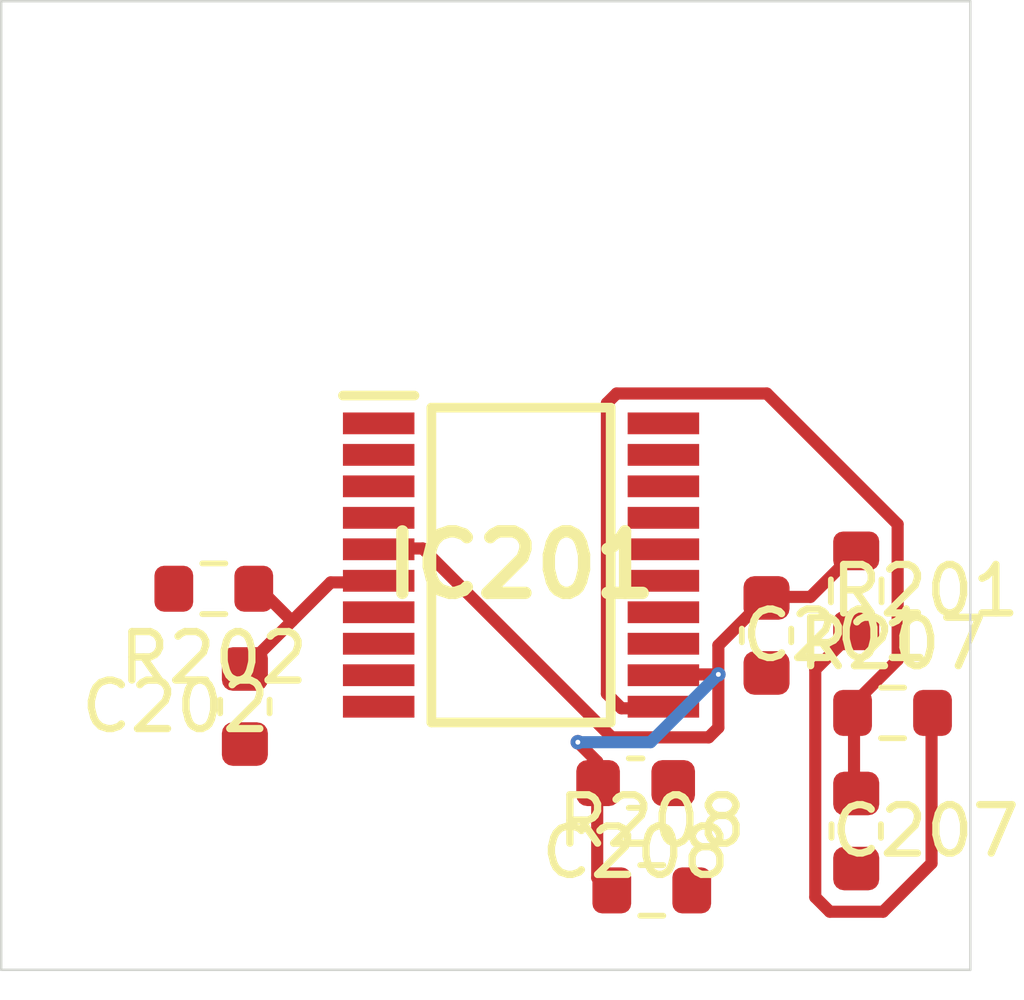
<source format=kicad_pcb>
 ( kicad_pcb  ( version 20171130 )
 ( host pcbnew 5.1.12-84ad8e8a86~92~ubuntu18.04.1 )
 ( general  ( thickness 1.6 )
 ( drawings 4 )
 ( tracks 0 )
 ( zones 0 )
 ( modules 9 )
 ( nets 19 )
)
 ( page A4 )
 ( layers  ( 0 F.Cu signal )
 ( 31 B.Cu signal )
 ( 32 B.Adhes user )
 ( 33 F.Adhes user )
 ( 34 B.Paste user )
 ( 35 F.Paste user )
 ( 36 B.SilkS user )
 ( 37 F.SilkS user )
 ( 38 B.Mask user )
 ( 39 F.Mask user )
 ( 40 Dwgs.User user )
 ( 41 Cmts.User user )
 ( 42 Eco1.User user )
 ( 43 Eco2.User user )
 ( 44 Edge.Cuts user )
 ( 45 Margin user )
 ( 46 B.CrtYd user )
 ( 47 F.CrtYd user )
 ( 48 B.Fab user )
 ( 49 F.Fab user )
)
 ( setup  ( last_trace_width 0.25 )
 ( trace_clearance 0.2 )
 ( zone_clearance 0.508 )
 ( zone_45_only no )
 ( trace_min 0.2 )
 ( via_size 0.8 )
 ( via_drill 0.4 )
 ( via_min_size 0.4 )
 ( via_min_drill 0.3 )
 ( uvia_size 0.3 )
 ( uvia_drill 0.1 )
 ( uvias_allowed no )
 ( uvia_min_size 0.2 )
 ( uvia_min_drill 0.1 )
 ( edge_width 0.05 )
 ( segment_width 0.2 )
 ( pcb_text_width 0.3 )
 ( pcb_text_size 1.5 1.5 )
 ( mod_edge_width 0.12 )
 ( mod_text_size 1 1 )
 ( mod_text_width 0.15 )
 ( pad_size 1.524 1.524 )
 ( pad_drill 0.762 )
 ( pad_to_mask_clearance 0 )
 ( aux_axis_origin 0 0 )
 ( visible_elements FFFFFF7F )
 ( pcbplotparams  ( layerselection 0x010fc_ffffffff )
 ( usegerberextensions false )
 ( usegerberattributes true )
 ( usegerberadvancedattributes true )
 ( creategerberjobfile true )
 ( excludeedgelayer true )
 ( linewidth 0.100000 )
 ( plotframeref false )
 ( viasonmask false )
 ( mode 1 )
 ( useauxorigin false )
 ( hpglpennumber 1 )
 ( hpglpenspeed 20 )
 ( hpglpendiameter 15.000000 )
 ( psnegative false )
 ( psa4output false )
 ( plotreference true )
 ( plotvalue true )
 ( plotinvisibletext false )
 ( padsonsilk false )
 ( subtractmaskfromsilk false )
 ( outputformat 1 )
 ( mirror false )
 ( drillshape 1 )
 ( scaleselection 1 )
 ( outputdirectory "" )
)
)
 ( net 0 "" )
 ( net 1 GND )
 ( net 2 /Sheet6235D886/ch0 )
 ( net 3 /Sheet6235D886/ch1 )
 ( net 4 /Sheet6235D886/ch2 )
 ( net 5 /Sheet6235D886/ch3 )
 ( net 6 /Sheet6235D886/ch4 )
 ( net 7 /Sheet6235D886/ch5 )
 ( net 8 /Sheet6235D886/ch6 )
 ( net 9 /Sheet6235D886/ch7 )
 ( net 10 VDD )
 ( net 11 VDDA )
 ( net 12 /Sheet6235D886/adc_csn )
 ( net 13 /Sheet6235D886/adc_sck )
 ( net 14 /Sheet6235D886/adc_sdi )
 ( net 15 /Sheet6235D886/adc_sdo )
 ( net 16 /Sheet6235D886/vp )
 ( net 17 /Sheet6248AD22/chn0 )
 ( net 18 /Sheet6248AD22/chn3 )
 ( net_class Default "This is the default net class."  ( clearance 0.2 )
 ( trace_width 0.25 )
 ( via_dia 0.8 )
 ( via_drill 0.4 )
 ( uvia_dia 0.3 )
 ( uvia_drill 0.1 )
 ( add_net /Sheet6235D886/adc_csn )
 ( add_net /Sheet6235D886/adc_sck )
 ( add_net /Sheet6235D886/adc_sdi )
 ( add_net /Sheet6235D886/adc_sdo )
 ( add_net /Sheet6235D886/ch0 )
 ( add_net /Sheet6235D886/ch1 )
 ( add_net /Sheet6235D886/ch2 )
 ( add_net /Sheet6235D886/ch3 )
 ( add_net /Sheet6235D886/ch4 )
 ( add_net /Sheet6235D886/ch5 )
 ( add_net /Sheet6235D886/ch6 )
 ( add_net /Sheet6235D886/ch7 )
 ( add_net /Sheet6235D886/vp )
 ( add_net /Sheet6248AD22/chn0 )
 ( add_net /Sheet6248AD22/chn3 )
 ( add_net GND )
 ( add_net VDD )
 ( add_net VDDA )
)
 ( module Capacitor_SMD:C_0603_1608Metric  ( layer F.Cu )
 ( tedit 5F68FEEE )
 ( tstamp 6234222D )
 ( at 95.794273 113.095546 270.000000 )
 ( descr "Capacitor SMD 0603 (1608 Metric), square (rectangular) end terminal, IPC_7351 nominal, (Body size source: IPC-SM-782 page 76, https://www.pcb-3d.com/wordpress/wp-content/uploads/ipc-sm-782a_amendment_1_and_2.pdf), generated with kicad-footprint-generator" )
 ( tags capacitor )
 ( path /6235D887/623691C5 )
 ( attr smd )
 ( fp_text reference C201  ( at 0 -1.43 )
 ( layer F.SilkS )
 ( effects  ( font  ( size 1 1 )
 ( thickness 0.15 )
)
)
)
 ( fp_text value 0.1uF  ( at 0 1.43 )
 ( layer F.Fab )
 ( effects  ( font  ( size 1 1 )
 ( thickness 0.15 )
)
)
)
 ( fp_line  ( start -0.8 0.4 )
 ( end -0.8 -0.4 )
 ( layer F.Fab )
 ( width 0.1 )
)
 ( fp_line  ( start -0.8 -0.4 )
 ( end 0.8 -0.4 )
 ( layer F.Fab )
 ( width 0.1 )
)
 ( fp_line  ( start 0.8 -0.4 )
 ( end 0.8 0.4 )
 ( layer F.Fab )
 ( width 0.1 )
)
 ( fp_line  ( start 0.8 0.4 )
 ( end -0.8 0.4 )
 ( layer F.Fab )
 ( width 0.1 )
)
 ( fp_line  ( start -0.14058 -0.51 )
 ( end 0.14058 -0.51 )
 ( layer F.SilkS )
 ( width 0.12 )
)
 ( fp_line  ( start -0.14058 0.51 )
 ( end 0.14058 0.51 )
 ( layer F.SilkS )
 ( width 0.12 )
)
 ( fp_line  ( start -1.48 0.73 )
 ( end -1.48 -0.73 )
 ( layer F.CrtYd )
 ( width 0.05 )
)
 ( fp_line  ( start -1.48 -0.73 )
 ( end 1.48 -0.73 )
 ( layer F.CrtYd )
 ( width 0.05 )
)
 ( fp_line  ( start 1.48 -0.73 )
 ( end 1.48 0.73 )
 ( layer F.CrtYd )
 ( width 0.05 )
)
 ( fp_line  ( start 1.48 0.73 )
 ( end -1.48 0.73 )
 ( layer F.CrtYd )
 ( width 0.05 )
)
 ( fp_text user %R  ( at 0 0 )
 ( layer F.Fab )
 ( effects  ( font  ( size 0.4 0.4 )
 ( thickness 0.06 )
)
)
)
 ( pad 2 smd roundrect  ( at 0.775 0 270.000000 )
 ( size 0.9 0.95 )
 ( layers F.Cu F.Mask F.Paste )
 ( roundrect_rratio 0.25 )
 ( net 1 GND )
)
 ( pad 1 smd roundrect  ( at -0.775 0 270.000000 )
 ( size 0.9 0.95 )
 ( layers F.Cu F.Mask F.Paste )
 ( roundrect_rratio 0.25 )
 ( net 2 /Sheet6235D886/ch0 )
)
 ( model ${KISYS3DMOD}/Capacitor_SMD.3dshapes/C_0603_1608Metric.wrl  ( at  ( xyz 0 0 0 )
)
 ( scale  ( xyz 1 1 1 )
)
 ( rotate  ( xyz 0 0 0 )
)
)
)
 ( module Capacitor_SMD:C_0603_1608Metric  ( layer F.Cu )
 ( tedit 5F68FEEE )
 ( tstamp 6234223E )
 ( at 85.028848 114.563452 90.000000 )
 ( descr "Capacitor SMD 0603 (1608 Metric), square (rectangular) end terminal, IPC_7351 nominal, (Body size source: IPC-SM-782 page 76, https://www.pcb-3d.com/wordpress/wp-content/uploads/ipc-sm-782a_amendment_1_and_2.pdf), generated with kicad-footprint-generator" )
 ( tags capacitor )
 ( path /6235D887/62369EE0 )
 ( attr smd )
 ( fp_text reference C202  ( at 0 -1.43 )
 ( layer F.SilkS )
 ( effects  ( font  ( size 1 1 )
 ( thickness 0.15 )
)
)
)
 ( fp_text value 0.1uF  ( at 0 1.43 )
 ( layer F.Fab )
 ( effects  ( font  ( size 1 1 )
 ( thickness 0.15 )
)
)
)
 ( fp_line  ( start 1.48 0.73 )
 ( end -1.48 0.73 )
 ( layer F.CrtYd )
 ( width 0.05 )
)
 ( fp_line  ( start 1.48 -0.73 )
 ( end 1.48 0.73 )
 ( layer F.CrtYd )
 ( width 0.05 )
)
 ( fp_line  ( start -1.48 -0.73 )
 ( end 1.48 -0.73 )
 ( layer F.CrtYd )
 ( width 0.05 )
)
 ( fp_line  ( start -1.48 0.73 )
 ( end -1.48 -0.73 )
 ( layer F.CrtYd )
 ( width 0.05 )
)
 ( fp_line  ( start -0.14058 0.51 )
 ( end 0.14058 0.51 )
 ( layer F.SilkS )
 ( width 0.12 )
)
 ( fp_line  ( start -0.14058 -0.51 )
 ( end 0.14058 -0.51 )
 ( layer F.SilkS )
 ( width 0.12 )
)
 ( fp_line  ( start 0.8 0.4 )
 ( end -0.8 0.4 )
 ( layer F.Fab )
 ( width 0.1 )
)
 ( fp_line  ( start 0.8 -0.4 )
 ( end 0.8 0.4 )
 ( layer F.Fab )
 ( width 0.1 )
)
 ( fp_line  ( start -0.8 -0.4 )
 ( end 0.8 -0.4 )
 ( layer F.Fab )
 ( width 0.1 )
)
 ( fp_line  ( start -0.8 0.4 )
 ( end -0.8 -0.4 )
 ( layer F.Fab )
 ( width 0.1 )
)
 ( fp_text user %R  ( at 0 0 )
 ( layer F.Fab )
 ( effects  ( font  ( size 0.4 0.4 )
 ( thickness 0.06 )
)
)
)
 ( pad 1 smd roundrect  ( at -0.775 0 90.000000 )
 ( size 0.9 0.95 )
 ( layers F.Cu F.Mask F.Paste )
 ( roundrect_rratio 0.25 )
 ( net 1 GND )
)
 ( pad 2 smd roundrect  ( at 0.775 0 90.000000 )
 ( size 0.9 0.95 )
 ( layers F.Cu F.Mask F.Paste )
 ( roundrect_rratio 0.25 )
 ( net 3 /Sheet6235D886/ch1 )
)
 ( model ${KISYS3DMOD}/Capacitor_SMD.3dshapes/C_0603_1608Metric.wrl  ( at  ( xyz 0 0 0 )
)
 ( scale  ( xyz 1 1 1 )
)
 ( rotate  ( xyz 0 0 0 )
)
)
)
 ( module Capacitor_SMD:C_0603_1608Metric  ( layer F.Cu )
 ( tedit 5F68FEEE )
 ( tstamp 62342293 )
 ( at 97.645000 117.133815 270.000000 )
 ( descr "Capacitor SMD 0603 (1608 Metric), square (rectangular) end terminal, IPC_7351 nominal, (Body size source: IPC-SM-782 page 76, https://www.pcb-3d.com/wordpress/wp-content/uploads/ipc-sm-782a_amendment_1_and_2.pdf), generated with kicad-footprint-generator" )
 ( tags capacitor )
 ( path /6235D887/6238B3FE )
 ( attr smd )
 ( fp_text reference C207  ( at 0 -1.43 )
 ( layer F.SilkS )
 ( effects  ( font  ( size 1 1 )
 ( thickness 0.15 )
)
)
)
 ( fp_text value 0.1uF  ( at 0 1.43 )
 ( layer F.Fab )
 ( effects  ( font  ( size 1 1 )
 ( thickness 0.15 )
)
)
)
 ( fp_line  ( start -0.8 0.4 )
 ( end -0.8 -0.4 )
 ( layer F.Fab )
 ( width 0.1 )
)
 ( fp_line  ( start -0.8 -0.4 )
 ( end 0.8 -0.4 )
 ( layer F.Fab )
 ( width 0.1 )
)
 ( fp_line  ( start 0.8 -0.4 )
 ( end 0.8 0.4 )
 ( layer F.Fab )
 ( width 0.1 )
)
 ( fp_line  ( start 0.8 0.4 )
 ( end -0.8 0.4 )
 ( layer F.Fab )
 ( width 0.1 )
)
 ( fp_line  ( start -0.14058 -0.51 )
 ( end 0.14058 -0.51 )
 ( layer F.SilkS )
 ( width 0.12 )
)
 ( fp_line  ( start -0.14058 0.51 )
 ( end 0.14058 0.51 )
 ( layer F.SilkS )
 ( width 0.12 )
)
 ( fp_line  ( start -1.48 0.73 )
 ( end -1.48 -0.73 )
 ( layer F.CrtYd )
 ( width 0.05 )
)
 ( fp_line  ( start -1.48 -0.73 )
 ( end 1.48 -0.73 )
 ( layer F.CrtYd )
 ( width 0.05 )
)
 ( fp_line  ( start 1.48 -0.73 )
 ( end 1.48 0.73 )
 ( layer F.CrtYd )
 ( width 0.05 )
)
 ( fp_line  ( start 1.48 0.73 )
 ( end -1.48 0.73 )
 ( layer F.CrtYd )
 ( width 0.05 )
)
 ( fp_text user %R  ( at 0 0 )
 ( layer F.Fab )
 ( effects  ( font  ( size 0.4 0.4 )
 ( thickness 0.06 )
)
)
)
 ( pad 2 smd roundrect  ( at 0.775 0 270.000000 )
 ( size 0.9 0.95 )
 ( layers F.Cu F.Mask F.Paste )
 ( roundrect_rratio 0.25 )
 ( net 1 GND )
)
 ( pad 1 smd roundrect  ( at -0.775 0 270.000000 )
 ( size 0.9 0.95 )
 ( layers F.Cu F.Mask F.Paste )
 ( roundrect_rratio 0.25 )
 ( net 8 /Sheet6235D886/ch6 )
)
 ( model ${KISYS3DMOD}/Capacitor_SMD.3dshapes/C_0603_1608Metric.wrl  ( at  ( xyz 0 0 0 )
)
 ( scale  ( xyz 1 1 1 )
)
 ( rotate  ( xyz 0 0 0 )
)
)
)
 ( module Capacitor_SMD:C_0603_1608Metric  ( layer F.Cu )
 ( tedit 5F68FEEE )
 ( tstamp 623422A4 )
 ( at 93.093188 116.144098 180.000000 )
 ( descr "Capacitor SMD 0603 (1608 Metric), square (rectangular) end terminal, IPC_7351 nominal, (Body size source: IPC-SM-782 page 76, https://www.pcb-3d.com/wordpress/wp-content/uploads/ipc-sm-782a_amendment_1_and_2.pdf), generated with kicad-footprint-generator" )
 ( tags capacitor )
 ( path /6235D887/6238B404 )
 ( attr smd )
 ( fp_text reference C208  ( at 0 -1.43 )
 ( layer F.SilkS )
 ( effects  ( font  ( size 1 1 )
 ( thickness 0.15 )
)
)
)
 ( fp_text value 0.1uF  ( at 0 1.43 )
 ( layer F.Fab )
 ( effects  ( font  ( size 1 1 )
 ( thickness 0.15 )
)
)
)
 ( fp_line  ( start 1.48 0.73 )
 ( end -1.48 0.73 )
 ( layer F.CrtYd )
 ( width 0.05 )
)
 ( fp_line  ( start 1.48 -0.73 )
 ( end 1.48 0.73 )
 ( layer F.CrtYd )
 ( width 0.05 )
)
 ( fp_line  ( start -1.48 -0.73 )
 ( end 1.48 -0.73 )
 ( layer F.CrtYd )
 ( width 0.05 )
)
 ( fp_line  ( start -1.48 0.73 )
 ( end -1.48 -0.73 )
 ( layer F.CrtYd )
 ( width 0.05 )
)
 ( fp_line  ( start -0.14058 0.51 )
 ( end 0.14058 0.51 )
 ( layer F.SilkS )
 ( width 0.12 )
)
 ( fp_line  ( start -0.14058 -0.51 )
 ( end 0.14058 -0.51 )
 ( layer F.SilkS )
 ( width 0.12 )
)
 ( fp_line  ( start 0.8 0.4 )
 ( end -0.8 0.4 )
 ( layer F.Fab )
 ( width 0.1 )
)
 ( fp_line  ( start 0.8 -0.4 )
 ( end 0.8 0.4 )
 ( layer F.Fab )
 ( width 0.1 )
)
 ( fp_line  ( start -0.8 -0.4 )
 ( end 0.8 -0.4 )
 ( layer F.Fab )
 ( width 0.1 )
)
 ( fp_line  ( start -0.8 0.4 )
 ( end -0.8 -0.4 )
 ( layer F.Fab )
 ( width 0.1 )
)
 ( fp_text user %R  ( at 0 0 )
 ( layer F.Fab )
 ( effects  ( font  ( size 0.4 0.4 )
 ( thickness 0.06 )
)
)
)
 ( pad 1 smd roundrect  ( at -0.775 0 180.000000 )
 ( size 0.9 0.95 )
 ( layers F.Cu F.Mask F.Paste )
 ( roundrect_rratio 0.25 )
 ( net 1 GND )
)
 ( pad 2 smd roundrect  ( at 0.775 0 180.000000 )
 ( size 0.9 0.95 )
 ( layers F.Cu F.Mask F.Paste )
 ( roundrect_rratio 0.25 )
 ( net 9 /Sheet6235D886/ch7 )
)
 ( model ${KISYS3DMOD}/Capacitor_SMD.3dshapes/C_0603_1608Metric.wrl  ( at  ( xyz 0 0 0 )
)
 ( scale  ( xyz 1 1 1 )
)
 ( rotate  ( xyz 0 0 0 )
)
)
)
 ( module MCP3564R-E_ST:SOP65P640X120-20N locked  ( layer F.Cu )
 ( tedit 623351C2 )
 ( tstamp 623423D6 )
 ( at 90.728000 111.642000 )
 ( descr "20-Lead Plastic Thin Shrink Small Outline (ST) - 4.4mm body [TSSOP]" )
 ( tags "Integrated Circuit" )
 ( path /6235D887/6235E071 )
 ( attr smd )
 ( fp_text reference IC201  ( at 0 0 )
 ( layer F.SilkS )
 ( effects  ( font  ( size 1.27 1.27 )
 ( thickness 0.254 )
)
)
)
 ( fp_text value MCP3564R-E_ST  ( at 0 0 )
 ( layer F.SilkS )
hide  ( effects  ( font  ( size 1.27 1.27 )
 ( thickness 0.254 )
)
)
)
 ( fp_line  ( start -3.925 -3.55 )
 ( end 3.925 -3.55 )
 ( layer Dwgs.User )
 ( width 0.05 )
)
 ( fp_line  ( start 3.925 -3.55 )
 ( end 3.925 3.55 )
 ( layer Dwgs.User )
 ( width 0.05 )
)
 ( fp_line  ( start 3.925 3.55 )
 ( end -3.925 3.55 )
 ( layer Dwgs.User )
 ( width 0.05 )
)
 ( fp_line  ( start -3.925 3.55 )
 ( end -3.925 -3.55 )
 ( layer Dwgs.User )
 ( width 0.05 )
)
 ( fp_line  ( start -2.2 -3.25 )
 ( end 2.2 -3.25 )
 ( layer Dwgs.User )
 ( width 0.1 )
)
 ( fp_line  ( start 2.2 -3.25 )
 ( end 2.2 3.25 )
 ( layer Dwgs.User )
 ( width 0.1 )
)
 ( fp_line  ( start 2.2 3.25 )
 ( end -2.2 3.25 )
 ( layer Dwgs.User )
 ( width 0.1 )
)
 ( fp_line  ( start -2.2 3.25 )
 ( end -2.2 -3.25 )
 ( layer Dwgs.User )
 ( width 0.1 )
)
 ( fp_line  ( start -2.2 -2.6 )
 ( end -1.55 -3.25 )
 ( layer Dwgs.User )
 ( width 0.1 )
)
 ( fp_line  ( start -1.85 -3.25 )
 ( end 1.85 -3.25 )
 ( layer F.SilkS )
 ( width 0.2 )
)
 ( fp_line  ( start 1.85 -3.25 )
 ( end 1.85 3.25 )
 ( layer F.SilkS )
 ( width 0.2 )
)
 ( fp_line  ( start 1.85 3.25 )
 ( end -1.85 3.25 )
 ( layer F.SilkS )
 ( width 0.2 )
)
 ( fp_line  ( start -1.85 3.25 )
 ( end -1.85 -3.25 )
 ( layer F.SilkS )
 ( width 0.2 )
)
 ( fp_line  ( start -3.675 -3.5 )
 ( end -2.2 -3.5 )
 ( layer F.SilkS )
 ( width 0.2 )
)
 ( pad 1 smd rect  ( at -2.938 -2.925 90.000000 )
 ( size 0.45 1.475 )
 ( layers F.Cu F.Mask F.Paste )
 ( net 11 VDDA )
)
 ( pad 2 smd rect  ( at -2.938 -2.275 90.000000 )
 ( size 0.45 1.475 )
 ( layers F.Cu F.Mask F.Paste )
 ( net 1 GND )
)
 ( pad 3 smd rect  ( at -2.938 -1.625 90.000000 )
 ( size 0.45 1.475 )
 ( layers F.Cu F.Mask F.Paste )
 ( net 1 GND )
)
 ( pad 4 smd rect  ( at -2.938 -0.975 90.000000 )
 ( size 0.45 1.475 )
 ( layers F.Cu F.Mask F.Paste )
)
 ( pad 5 smd rect  ( at -2.938 -0.325 90.000000 )
 ( size 0.45 1.475 )
 ( layers F.Cu F.Mask F.Paste )
 ( net 2 /Sheet6235D886/ch0 )
)
 ( pad 6 smd rect  ( at -2.938 0.325 90.000000 )
 ( size 0.45 1.475 )
 ( layers F.Cu F.Mask F.Paste )
 ( net 3 /Sheet6235D886/ch1 )
)
 ( pad 7 smd rect  ( at -2.938 0.975 90.000000 )
 ( size 0.45 1.475 )
 ( layers F.Cu F.Mask F.Paste )
 ( net 4 /Sheet6235D886/ch2 )
)
 ( pad 8 smd rect  ( at -2.938 1.625 90.000000 )
 ( size 0.45 1.475 )
 ( layers F.Cu F.Mask F.Paste )
 ( net 5 /Sheet6235D886/ch3 )
)
 ( pad 9 smd rect  ( at -2.938 2.275 90.000000 )
 ( size 0.45 1.475 )
 ( layers F.Cu F.Mask F.Paste )
 ( net 6 /Sheet6235D886/ch4 )
)
 ( pad 10 smd rect  ( at -2.938 2.925 90.000000 )
 ( size 0.45 1.475 )
 ( layers F.Cu F.Mask F.Paste )
 ( net 7 /Sheet6235D886/ch5 )
)
 ( pad 11 smd rect  ( at 2.938 2.925 90.000000 )
 ( size 0.45 1.475 )
 ( layers F.Cu F.Mask F.Paste )
 ( net 8 /Sheet6235D886/ch6 )
)
 ( pad 12 smd rect  ( at 2.938 2.275 90.000000 )
 ( size 0.45 1.475 )
 ( layers F.Cu F.Mask F.Paste )
 ( net 9 /Sheet6235D886/ch7 )
)
 ( pad 13 smd rect  ( at 2.938 1.625 90.000000 )
 ( size 0.45 1.475 )
 ( layers F.Cu F.Mask F.Paste )
 ( net 12 /Sheet6235D886/adc_csn )
)
 ( pad 14 smd rect  ( at 2.938 0.975 90.000000 )
 ( size 0.45 1.475 )
 ( layers F.Cu F.Mask F.Paste )
 ( net 13 /Sheet6235D886/adc_sck )
)
 ( pad 15 smd rect  ( at 2.938 0.325 90.000000 )
 ( size 0.45 1.475 )
 ( layers F.Cu F.Mask F.Paste )
 ( net 14 /Sheet6235D886/adc_sdi )
)
 ( pad 16 smd rect  ( at 2.938 -0.325 90.000000 )
 ( size 0.45 1.475 )
 ( layers F.Cu F.Mask F.Paste )
 ( net 15 /Sheet6235D886/adc_sdo )
)
 ( pad 17 smd rect  ( at 2.938 -0.975 90.000000 )
 ( size 0.45 1.475 )
 ( layers F.Cu F.Mask F.Paste )
)
 ( pad 18 smd rect  ( at 2.938 -1.625 90.000000 )
 ( size 0.45 1.475 )
 ( layers F.Cu F.Mask F.Paste )
)
 ( pad 19 smd rect  ( at 2.938 -2.275 90.000000 )
 ( size 0.45 1.475 )
 ( layers F.Cu F.Mask F.Paste )
 ( net 1 GND )
)
 ( pad 20 smd rect  ( at 2.938 -2.925 90.000000 )
 ( size 0.45 1.475 )
 ( layers F.Cu F.Mask F.Paste )
 ( net 10 VDD )
)
)
 ( module Resistor_SMD:R_0603_1608Metric  ( layer F.Cu )
 ( tedit 5F68FEEE )
 ( tstamp 6234250D )
 ( at 97.645000 112.175076 270.000000 )
 ( descr "Resistor SMD 0603 (1608 Metric), square (rectangular) end terminal, IPC_7351 nominal, (Body size source: IPC-SM-782 page 72, https://www.pcb-3d.com/wordpress/wp-content/uploads/ipc-sm-782a_amendment_1_and_2.pdf), generated with kicad-footprint-generator" )
 ( tags resistor )
 ( path /6235D887/623641B7 )
 ( attr smd )
 ( fp_text reference R201  ( at 0 -1.43 )
 ( layer F.SilkS )
 ( effects  ( font  ( size 1 1 )
 ( thickness 0.15 )
)
)
)
 ( fp_text value 1k  ( at 0 1.43 )
 ( layer F.Fab )
 ( effects  ( font  ( size 1 1 )
 ( thickness 0.15 )
)
)
)
 ( fp_line  ( start -0.8 0.4125 )
 ( end -0.8 -0.4125 )
 ( layer F.Fab )
 ( width 0.1 )
)
 ( fp_line  ( start -0.8 -0.4125 )
 ( end 0.8 -0.4125 )
 ( layer F.Fab )
 ( width 0.1 )
)
 ( fp_line  ( start 0.8 -0.4125 )
 ( end 0.8 0.4125 )
 ( layer F.Fab )
 ( width 0.1 )
)
 ( fp_line  ( start 0.8 0.4125 )
 ( end -0.8 0.4125 )
 ( layer F.Fab )
 ( width 0.1 )
)
 ( fp_line  ( start -0.237258 -0.5225 )
 ( end 0.237258 -0.5225 )
 ( layer F.SilkS )
 ( width 0.12 )
)
 ( fp_line  ( start -0.237258 0.5225 )
 ( end 0.237258 0.5225 )
 ( layer F.SilkS )
 ( width 0.12 )
)
 ( fp_line  ( start -1.48 0.73 )
 ( end -1.48 -0.73 )
 ( layer F.CrtYd )
 ( width 0.05 )
)
 ( fp_line  ( start -1.48 -0.73 )
 ( end 1.48 -0.73 )
 ( layer F.CrtYd )
 ( width 0.05 )
)
 ( fp_line  ( start 1.48 -0.73 )
 ( end 1.48 0.73 )
 ( layer F.CrtYd )
 ( width 0.05 )
)
 ( fp_line  ( start 1.48 0.73 )
 ( end -1.48 0.73 )
 ( layer F.CrtYd )
 ( width 0.05 )
)
 ( fp_text user %R  ( at 0 0 )
 ( layer F.Fab )
 ( effects  ( font  ( size 0.4 0.4 )
 ( thickness 0.06 )
)
)
)
 ( pad 2 smd roundrect  ( at 0.825 0 270.000000 )
 ( size 0.8 0.95 )
 ( layers F.Cu F.Mask F.Paste )
 ( roundrect_rratio 0.25 )
 ( net 16 /Sheet6235D886/vp )
)
 ( pad 1 smd roundrect  ( at -0.825 0 270.000000 )
 ( size 0.8 0.95 )
 ( layers F.Cu F.Mask F.Paste )
 ( roundrect_rratio 0.25 )
 ( net 2 /Sheet6235D886/ch0 )
)
 ( model ${KISYS3DMOD}/Resistor_SMD.3dshapes/R_0603_1608Metric.wrl  ( at  ( xyz 0 0 0 )
)
 ( scale  ( xyz 1 1 1 )
)
 ( rotate  ( xyz 0 0 0 )
)
)
)
 ( module Resistor_SMD:R_0603_1608Metric  ( layer F.Cu )
 ( tedit 5F68FEEE )
 ( tstamp 6234251E )
 ( at 84.387245 112.130973 180.000000 )
 ( descr "Resistor SMD 0603 (1608 Metric), square (rectangular) end terminal, IPC_7351 nominal, (Body size source: IPC-SM-782 page 72, https://www.pcb-3d.com/wordpress/wp-content/uploads/ipc-sm-782a_amendment_1_and_2.pdf), generated with kicad-footprint-generator" )
 ( tags resistor )
 ( path /6235D887/6236A646 )
 ( attr smd )
 ( fp_text reference R202  ( at 0 -1.43 )
 ( layer F.SilkS )
 ( effects  ( font  ( size 1 1 )
 ( thickness 0.15 )
)
)
)
 ( fp_text value 1k  ( at 0 1.43 )
 ( layer F.Fab )
 ( effects  ( font  ( size 1 1 )
 ( thickness 0.15 )
)
)
)
 ( fp_line  ( start 1.48 0.73 )
 ( end -1.48 0.73 )
 ( layer F.CrtYd )
 ( width 0.05 )
)
 ( fp_line  ( start 1.48 -0.73 )
 ( end 1.48 0.73 )
 ( layer F.CrtYd )
 ( width 0.05 )
)
 ( fp_line  ( start -1.48 -0.73 )
 ( end 1.48 -0.73 )
 ( layer F.CrtYd )
 ( width 0.05 )
)
 ( fp_line  ( start -1.48 0.73 )
 ( end -1.48 -0.73 )
 ( layer F.CrtYd )
 ( width 0.05 )
)
 ( fp_line  ( start -0.237258 0.5225 )
 ( end 0.237258 0.5225 )
 ( layer F.SilkS )
 ( width 0.12 )
)
 ( fp_line  ( start -0.237258 -0.5225 )
 ( end 0.237258 -0.5225 )
 ( layer F.SilkS )
 ( width 0.12 )
)
 ( fp_line  ( start 0.8 0.4125 )
 ( end -0.8 0.4125 )
 ( layer F.Fab )
 ( width 0.1 )
)
 ( fp_line  ( start 0.8 -0.4125 )
 ( end 0.8 0.4125 )
 ( layer F.Fab )
 ( width 0.1 )
)
 ( fp_line  ( start -0.8 -0.4125 )
 ( end 0.8 -0.4125 )
 ( layer F.Fab )
 ( width 0.1 )
)
 ( fp_line  ( start -0.8 0.4125 )
 ( end -0.8 -0.4125 )
 ( layer F.Fab )
 ( width 0.1 )
)
 ( fp_text user %R  ( at 0 0 )
 ( layer F.Fab )
 ( effects  ( font  ( size 0.4 0.4 )
 ( thickness 0.06 )
)
)
)
 ( pad 1 smd roundrect  ( at -0.825 0 180.000000 )
 ( size 0.8 0.95 )
 ( layers F.Cu F.Mask F.Paste )
 ( roundrect_rratio 0.25 )
 ( net 3 /Sheet6235D886/ch1 )
)
 ( pad 2 smd roundrect  ( at 0.825 0 180.000000 )
 ( size 0.8 0.95 )
 ( layers F.Cu F.Mask F.Paste )
 ( roundrect_rratio 0.25 )
 ( net 17 /Sheet6248AD22/chn0 )
)
 ( model ${KISYS3DMOD}/Resistor_SMD.3dshapes/R_0603_1608Metric.wrl  ( at  ( xyz 0 0 0 )
)
 ( scale  ( xyz 1 1 1 )
)
 ( rotate  ( xyz 0 0 0 )
)
)
)
 ( module Resistor_SMD:R_0603_1608Metric  ( layer F.Cu )
 ( tedit 5F68FEEE )
 ( tstamp 62342573 )
 ( at 98.395000 114.695159 )
 ( descr "Resistor SMD 0603 (1608 Metric), square (rectangular) end terminal, IPC_7351 nominal, (Body size source: IPC-SM-782 page 72, https://www.pcb-3d.com/wordpress/wp-content/uploads/ipc-sm-782a_amendment_1_and_2.pdf), generated with kicad-footprint-generator" )
 ( tags resistor )
 ( path /6235D887/6238B3F8 )
 ( attr smd )
 ( fp_text reference R207  ( at 0 -1.43 )
 ( layer F.SilkS )
 ( effects  ( font  ( size 1 1 )
 ( thickness 0.15 )
)
)
)
 ( fp_text value 1k  ( at 0 1.43 )
 ( layer F.Fab )
 ( effects  ( font  ( size 1 1 )
 ( thickness 0.15 )
)
)
)
 ( fp_line  ( start -0.8 0.4125 )
 ( end -0.8 -0.4125 )
 ( layer F.Fab )
 ( width 0.1 )
)
 ( fp_line  ( start -0.8 -0.4125 )
 ( end 0.8 -0.4125 )
 ( layer F.Fab )
 ( width 0.1 )
)
 ( fp_line  ( start 0.8 -0.4125 )
 ( end 0.8 0.4125 )
 ( layer F.Fab )
 ( width 0.1 )
)
 ( fp_line  ( start 0.8 0.4125 )
 ( end -0.8 0.4125 )
 ( layer F.Fab )
 ( width 0.1 )
)
 ( fp_line  ( start -0.237258 -0.5225 )
 ( end 0.237258 -0.5225 )
 ( layer F.SilkS )
 ( width 0.12 )
)
 ( fp_line  ( start -0.237258 0.5225 )
 ( end 0.237258 0.5225 )
 ( layer F.SilkS )
 ( width 0.12 )
)
 ( fp_line  ( start -1.48 0.73 )
 ( end -1.48 -0.73 )
 ( layer F.CrtYd )
 ( width 0.05 )
)
 ( fp_line  ( start -1.48 -0.73 )
 ( end 1.48 -0.73 )
 ( layer F.CrtYd )
 ( width 0.05 )
)
 ( fp_line  ( start 1.48 -0.73 )
 ( end 1.48 0.73 )
 ( layer F.CrtYd )
 ( width 0.05 )
)
 ( fp_line  ( start 1.48 0.73 )
 ( end -1.48 0.73 )
 ( layer F.CrtYd )
 ( width 0.05 )
)
 ( fp_text user %R  ( at 0 0 )
 ( layer F.Fab )
 ( effects  ( font  ( size 0.4 0.4 )
 ( thickness 0.06 )
)
)
)
 ( pad 2 smd roundrect  ( at 0.825 0 )
 ( size 0.8 0.95 )
 ( layers F.Cu F.Mask F.Paste )
 ( roundrect_rratio 0.25 )
 ( net 16 /Sheet6235D886/vp )
)
 ( pad 1 smd roundrect  ( at -0.825 0 )
 ( size 0.8 0.95 )
 ( layers F.Cu F.Mask F.Paste )
 ( roundrect_rratio 0.25 )
 ( net 8 /Sheet6235D886/ch6 )
)
 ( model ${KISYS3DMOD}/Resistor_SMD.3dshapes/R_0603_1608Metric.wrl  ( at  ( xyz 0 0 0 )
)
 ( scale  ( xyz 1 1 1 )
)
 ( rotate  ( xyz 0 0 0 )
)
)
)
 ( module Resistor_SMD:R_0603_1608Metric  ( layer F.Cu )
 ( tedit 5F68FEEE )
 ( tstamp 62342584 )
 ( at 93.426146 118.359613 )
 ( descr "Resistor SMD 0603 (1608 Metric), square (rectangular) end terminal, IPC_7351 nominal, (Body size source: IPC-SM-782 page 72, https://www.pcb-3d.com/wordpress/wp-content/uploads/ipc-sm-782a_amendment_1_and_2.pdf), generated with kicad-footprint-generator" )
 ( tags resistor )
 ( path /6235D887/6238B40A )
 ( attr smd )
 ( fp_text reference R208  ( at 0 -1.43 )
 ( layer F.SilkS )
 ( effects  ( font  ( size 1 1 )
 ( thickness 0.15 )
)
)
)
 ( fp_text value 1k  ( at 0 1.43 )
 ( layer F.Fab )
 ( effects  ( font  ( size 1 1 )
 ( thickness 0.15 )
)
)
)
 ( fp_line  ( start 1.48 0.73 )
 ( end -1.48 0.73 )
 ( layer F.CrtYd )
 ( width 0.05 )
)
 ( fp_line  ( start 1.48 -0.73 )
 ( end 1.48 0.73 )
 ( layer F.CrtYd )
 ( width 0.05 )
)
 ( fp_line  ( start -1.48 -0.73 )
 ( end 1.48 -0.73 )
 ( layer F.CrtYd )
 ( width 0.05 )
)
 ( fp_line  ( start -1.48 0.73 )
 ( end -1.48 -0.73 )
 ( layer F.CrtYd )
 ( width 0.05 )
)
 ( fp_line  ( start -0.237258 0.5225 )
 ( end 0.237258 0.5225 )
 ( layer F.SilkS )
 ( width 0.12 )
)
 ( fp_line  ( start -0.237258 -0.5225 )
 ( end 0.237258 -0.5225 )
 ( layer F.SilkS )
 ( width 0.12 )
)
 ( fp_line  ( start 0.8 0.4125 )
 ( end -0.8 0.4125 )
 ( layer F.Fab )
 ( width 0.1 )
)
 ( fp_line  ( start 0.8 -0.4125 )
 ( end 0.8 0.4125 )
 ( layer F.Fab )
 ( width 0.1 )
)
 ( fp_line  ( start -0.8 -0.4125 )
 ( end 0.8 -0.4125 )
 ( layer F.Fab )
 ( width 0.1 )
)
 ( fp_line  ( start -0.8 0.4125 )
 ( end -0.8 -0.4125 )
 ( layer F.Fab )
 ( width 0.1 )
)
 ( fp_text user %R  ( at 0 0 )
 ( layer F.Fab )
 ( effects  ( font  ( size 0.4 0.4 )
 ( thickness 0.06 )
)
)
)
 ( pad 1 smd roundrect  ( at -0.825 0 )
 ( size 0.8 0.95 )
 ( layers F.Cu F.Mask F.Paste )
 ( roundrect_rratio 0.25 )
 ( net 9 /Sheet6235D886/ch7 )
)
 ( pad 2 smd roundrect  ( at 0.825 0 )
 ( size 0.8 0.95 )
 ( layers F.Cu F.Mask F.Paste )
 ( roundrect_rratio 0.25 )
 ( net 18 /Sheet6248AD22/chn3 )
)
 ( model ${KISYS3DMOD}/Resistor_SMD.3dshapes/R_0603_1608Metric.wrl  ( at  ( xyz 0 0 0 )
)
 ( scale  ( xyz 1 1 1 )
)
 ( rotate  ( xyz 0 0 0 )
)
)
)
 ( gr_line  ( start 100 100 )
 ( end 100 120 )
 ( layer Edge.Cuts )
 ( width 0.05 )
 ( tstamp 62E770C4 )
)
 ( gr_line  ( start 80 120 )
 ( end 100 120 )
 ( layer Edge.Cuts )
 ( width 0.05 )
 ( tstamp 62E770C0 )
)
 ( gr_line  ( start 80 100 )
 ( end 100 100 )
 ( layer Edge.Cuts )
 ( width 0.05 )
 ( tstamp 6234110C )
)
 ( gr_line  ( start 80 100 )
 ( end 80 120 )
 ( layer Edge.Cuts )
 ( width 0.05 )
)
 ( segment  ( start 87.800001 111.300002 )
 ( end 88.700001 111.300002 )
 ( width 0.250000 )
 ( layer F.Cu )
 ( net 2 )
)
 ( segment  ( start 88.700001 111.300002 )
 ( end 92.600001 115.200002 )
 ( width 0.250000 )
 ( layer F.Cu )
 ( net 2 )
)
 ( segment  ( start 92.600001 115.200002 )
 ( end 94.600001 115.200002 )
 ( width 0.250000 )
 ( layer F.Cu )
 ( net 2 )
)
 ( segment  ( start 94.600001 115.200002 )
 ( end 94.800001 115.000002 )
 ( width 0.250000 )
 ( layer F.Cu )
 ( net 2 )
)
 ( segment  ( start 94.800001 115.000002 )
 ( end 94.800001 113.300002 )
 ( width 0.250000 )
 ( layer F.Cu )
 ( net 2 )
)
 ( segment  ( start 94.800001 113.300002 )
 ( end 95.800001 112.300002 )
 ( width 0.250000 )
 ( layer F.Cu )
 ( net 2 )
)
 ( segment  ( start 97.600001 111.400002 )
 ( end 96.700001 112.300002 )
 ( width 0.250000 )
 ( layer F.Cu )
 ( net 2 )
)
 ( segment  ( start 96.700001 112.300002 )
 ( end 95.800001 112.300002 )
 ( width 0.250000 )
 ( layer F.Cu )
 ( net 2 )
)
 ( segment  ( start 87.800001 112.000002 )
 ( end 86.800001 112.000002 )
 ( width 0.250000 )
 ( layer F.Cu )
 ( net 3 )
)
 ( segment  ( start 86.800001 112.000002 )
 ( end 85.000001 113.800002 )
 ( width 0.250000 )
 ( layer F.Cu )
 ( net 3 )
)
 ( segment  ( start 85.200001 112.100002 )
 ( end 85.300001 112.100002 )
 ( width 0.250000 )
 ( layer F.Cu )
 ( net 3 )
)
 ( segment  ( start 85.300001 112.100002 )
 ( end 86.000001 112.800002 )
 ( width 0.250000 )
 ( layer F.Cu )
 ( net 3 )
)
 ( segment  ( start 93.700001 114.600002 )
 ( end 92.800001 114.600002 )
 ( width 0.250000 )
 ( layer F.Cu )
 ( net 8 )
)
 ( segment  ( start 92.800001 114.600002 )
 ( end 92.500001 114.300002 )
 ( width 0.250000 )
 ( layer F.Cu )
 ( net 8 )
)
 ( segment  ( start 92.500001 114.300002 )
 ( end 92.500001 108.300002 )
 ( width 0.250000 )
 ( layer F.Cu )
 ( net 8 )
)
 ( segment  ( start 92.500001 108.300002 )
 ( end 92.700001 108.100002 )
 ( width 0.250000 )
 ( layer F.Cu )
 ( net 8 )
)
 ( segment  ( start 92.700001 108.100002 )
 ( end 95.800001 108.100002 )
 ( width 0.250000 )
 ( layer F.Cu )
 ( net 8 )
)
 ( segment  ( start 95.800001 108.100002 )
 ( end 98.500001 110.800002 )
 ( width 0.250000 )
 ( layer F.Cu )
 ( net 8 )
)
 ( segment  ( start 98.500001 110.800002 )
 ( end 98.500001 113.600002 )
 ( width 0.250000 )
 ( layer F.Cu )
 ( net 8 )
)
 ( segment  ( start 98.500001 113.600002 )
 ( end 97.600001 114.500002 )
 ( width 0.250000 )
 ( layer F.Cu )
 ( net 8 )
)
 ( segment  ( start 97.600001 114.500002 )
 ( end 97.600001 116.400002 )
 ( width 0.250000 )
 ( layer F.Cu )
 ( net 8 )
)
 ( segment  ( start 93.700001 113.900002 )
 ( end 94.800001 113.900002 )
 ( width 0.250000 )
 ( layer F.Cu )
 ( net 9 )
)
 ( segment  ( start 94.800001 113.900002 )
 ( end 93.400001 115.300002 )
 ( width 0.250000 )
 ( layer B.Cu )
 ( net 9 )
)
 ( segment  ( start 93.400001 115.300002 )
 ( end 91.900001 115.300002 )
 ( width 0.250000 )
 ( layer B.Cu )
 ( net 9 )
)
 ( segment  ( start 91.900001 115.300002 )
 ( end 92.300001 115.700002 )
 ( width 0.250000 )
 ( layer F.Cu )
 ( net 9 )
)
 ( segment  ( start 92.300001 115.700002 )
 ( end 92.300001 116.100002 )
 ( width 0.250000 )
 ( layer F.Cu )
 ( net 9 )
)
 ( segment  ( start 92.600001 118.400002 )
 ( end 92.300001 118.100002 )
 ( width 0.250000 )
 ( layer F.Cu )
 ( net 9 )
)
 ( segment  ( start 92.300001 118.100002 )
 ( end 92.300001 116.100002 )
 ( width 0.250000 )
 ( layer F.Cu )
 ( net 9 )
)
 ( via micro  ( at 94.800001 113.900002 )
 ( size 0.300000 )
 ( drill 0.100000 )
 ( layers F.Cu B.Cu )
 ( net 9 )
)
 ( via micro  ( at 91.900001 115.300002 )
 ( size 0.300000 )
 ( drill 0.100000 )
 ( layers F.Cu B.Cu )
 ( net 9 )
)
 ( segment  ( start 99.200001 114.700002 )
 ( end 99.200001 117.800002 )
 ( width 0.250000 )
 ( layer F.Cu )
 ( net 16 )
)
 ( segment  ( start 99.200001 117.800002 )
 ( end 98.200001 118.800002 )
 ( width 0.250000 )
 ( layer F.Cu )
 ( net 16 )
)
 ( segment  ( start 98.200001 118.800002 )
 ( end 97.100001 118.800002 )
 ( width 0.250000 )
 ( layer F.Cu )
 ( net 16 )
)
 ( segment  ( start 97.100001 118.800002 )
 ( end 96.800001 118.500002 )
 ( width 0.250000 )
 ( layer F.Cu )
 ( net 16 )
)
 ( segment  ( start 96.800001 118.500002 )
 ( end 96.800001 113.800002 )
 ( width 0.250000 )
 ( layer F.Cu )
 ( net 16 )
)
 ( segment  ( start 96.800001 113.800002 )
 ( end 97.600001 113.000002 )
 ( width 0.250000 )
 ( layer F.Cu )
 ( net 16 )
)
)

</source>
